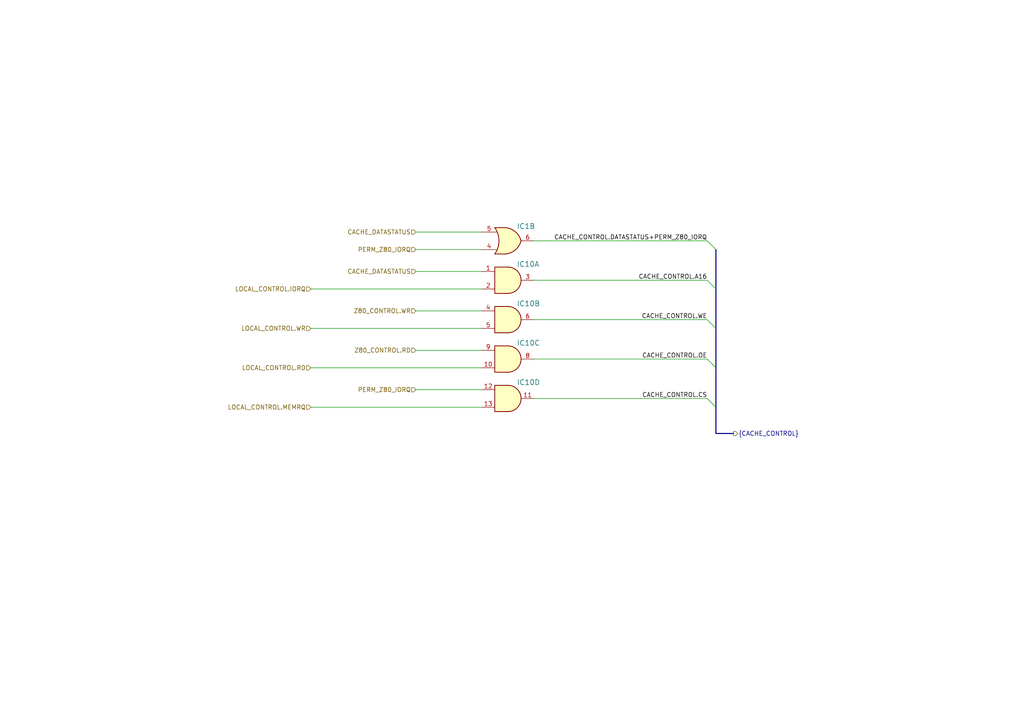
<source format=kicad_sch>
(kicad_sch (version 20230121) (generator eeschema)
  (paper "A4")
  (lib_symbols
    (symbol "74xx:74LS08" (pin_names (offset 1.016))
      (property "Reference" "U" (at 0 1.27 0))
      (property "Value" "74LS08" (at 0 -1.27 0))
      (symbol "74LS08_1_1"
        (arc (start 0 -3.81) (mid 3.7934 0) (end 0 3.81) (stroke (width 0.254)) (fill (type background)))
        (polyline (pts (xy 0 3.81) (xy -3.81 3.81) (xy -3.81 -3.81) (xy 0 -3.81)) (stroke (width 0.254)) (fill (type background)))
        (pin input line (at -7.62 2.54 0) (length 3.81) (name "~") (number "1"))
        (pin input line (at -7.62 -2.54 0) (length 3.81) (name "~") (number "2"))
        (pin output line (at 7.62 0 180) (length 3.81) (name "~") (number "3"))
      )
      (symbol "74LS08_1_2"
        (arc (start -3.81 -3.81) (mid -2.589 0) (end -3.81 3.81) (stroke (width 0.254)))
        (arc (start -0.6096 -3.81) (mid 2.1842 -2.5851) (end 3.81 0) (stroke (width 0.254)) (fill (type background)))
        (polyline (pts (xy -3.81 -3.81) (xy -0.635 -3.81)) (stroke (width 0.254)) (fill (type background)))
        (polyline (pts (xy -3.81 3.81) (xy -0.635 3.81)) (stroke (width 0.254)) (fill (type background)))
        (polyline (pts (xy -0.635 3.81) (xy -3.81 3.81) (xy -3.81 3.81) (xy -3.556 3.4036) (xy -3.0226 2.2606) (xy -2.6924 1.0414) (xy -2.6162 -0.254) (xy -2.7686 -1.4986) (xy -3.175 -2.7178) (xy -3.81 -3.81) (xy -3.81 -3.81) (xy -0.635 -3.81)) (stroke (width -25.4)) (fill (type background)))
        (arc (start 3.81 0) (mid 2.1915 2.5936) (end -0.6096 3.81) (stroke (width 0.254)) (fill (type background)))
        (pin input inverted (at -7.62 2.54 0) (length 4.318) (name "~") (number "1"))
        (pin input inverted (at -7.62 -2.54 0) (length 4.318) (name "~") (number "2"))
        (pin output inverted (at 7.62 0 180) (length 3.81) (name "~") (number "3"))
      )
      (symbol "74LS08_2_1"
        (arc (start 0 -3.81) (mid 3.7934 0) (end 0 3.81) (stroke (width 0.254)) (fill (type background)))
        (polyline (pts (xy 0 3.81) (xy -3.81 3.81) (xy -3.81 -3.81) (xy 0 -3.81)) (stroke (width 0.254)) (fill (type background)))
        (pin input line (at -7.62 2.54 0) (length 3.81) (name "~") (number "4"))
        (pin input line (at -7.62 -2.54 0) (length 3.81) (name "~") (number "5"))
        (pin output line (at 7.62 0 180) (length 3.81) (name "~") (number "6"))
      )
      (symbol "74LS08_2_2"
        (arc (start -3.81 -3.81) (mid -2.589 0) (end -3.81 3.81) (stroke (width 0.254)))
        (arc (start -0.6096 -3.81) (mid 2.1842 -2.5851) (end 3.81 0) (stroke (width 0.254)) (fill (type background)))
        (polyline (pts (xy -3.81 -3.81) (xy -0.635 -3.81)) (stroke (width 0.254)) (fill (type background)))
        (polyline (pts (xy -3.81 3.81) (xy -0.635 3.81)) (stroke (width 0.254)) (fill (type background)))
        (polyline (pts (xy -0.635 3.81) (xy -3.81 3.81) (xy -3.81 3.81) (xy -3.556 3.4036) (xy -3.0226 2.2606) (xy -2.6924 1.0414) (xy -2.6162 -0.254) (xy -2.7686 -1.4986) (xy -3.175 -2.7178) (xy -3.81 -3.81) (xy -3.81 -3.81) (xy -0.635 -3.81)) (stroke (width -25.4)) (fill (type background)))
        (arc (start 3.81 0) (mid 2.1915 2.5936) (end -0.6096 3.81) (stroke (width 0.254)) (fill (type background)))
        (pin input inverted (at -7.62 2.54 0) (length 4.318) (name "~") (number "4"))
        (pin input inverted (at -7.62 -2.54 0) (length 4.318) (name "~") (number "5"))
        (pin output inverted (at 7.62 0 180) (length 3.81) (name "~") (number "6"))
      )
      (symbol "74LS08_3_1"
        (arc (start 0 -3.81) (mid 3.7934 0) (end 0 3.81) (stroke (width 0.254)) (fill (type background)))
        (polyline (pts (xy 0 3.81) (xy -3.81 3.81) (xy -3.81 -3.81) (xy 0 -3.81)) (stroke (width 0.254)) (fill (type background)))
        (pin input line (at -7.62 -2.54 0) (length 3.81) (name "~") (number "10"))
        (pin output line (at 7.62 0 180) (length 3.81) (name "~") (number "8"))
        (pin input line (at -7.62 2.54 0) (length 3.81) (name "~") (number "9"))
      )
      (symbol "74LS08_3_2"
        (arc (start -3.81 -3.81) (mid -2.589 0) (end -3.81 3.81) (stroke (width 0.254)))
        (arc (start -0.6096 -3.81) (mid 2.1842 -2.5851) (end 3.81 0) (stroke (width 0.254)) (fill (type background)))
        (polyline (pts (xy -3.81 -3.81) (xy -0.635 -3.81)) (stroke (width 0.254)) (fill (type background)))
        (polyline (pts (xy -3.81 3.81) (xy -0.635 3.81)) (stroke (width 0.254)) (fill (type background)))
        (polyline (pts (xy -0.635 3.81) (xy -3.81 3.81) (xy -3.81 3.81) (xy -3.556 3.4036) (xy -3.0226 2.2606) (xy -2.6924 1.0414) (xy -2.6162 -0.254) (xy -2.7686 -1.4986) (xy -3.175 -2.7178) (xy -3.81 -3.81) (xy -3.81 -3.81) (xy -0.635 -3.81)) (stroke (width -25.4)) (fill (type background)))
        (arc (start 3.81 0) (mid 2.1915 2.5936) (end -0.6096 3.81) (stroke (width 0.254)) (fill (type background)))
        (pin input inverted (at -7.62 -2.54 0) (length 4.318) (name "~") (number "10"))
        (pin output inverted (at 7.62 0 180) (length 3.81) (name "~") (number "8"))
        (pin input inverted (at -7.62 2.54 0) (length 4.318) (name "~") (number "9"))
      )
      (symbol "74LS08_4_1"
        (arc (start 0 -3.81) (mid 3.7934 0) (end 0 3.81) (stroke (width 0.254)) (fill (type background)))
        (polyline (pts (xy 0 3.81) (xy -3.81 3.81) (xy -3.81 -3.81) (xy 0 -3.81)) (stroke (width 0.254)) (fill (type background)))
        (pin output line (at 7.62 0 180) (length 3.81) (name "~") (number "11"))
        (pin input line (at -7.62 2.54 0) (length 3.81) (name "~") (number "12"))
        (pin input line (at -7.62 -2.54 0) (length 3.81) (name "~") (number "13"))
      )
      (symbol "74LS08_4_2"
        (arc (start -3.81 -3.81) (mid -2.589 0) (end -3.81 3.81) (stroke (width 0.254)))
        (arc (start -0.6096 -3.81) (mid 2.1842 -2.5851) (end 3.81 0) (stroke (width 0.254)) (fill (type background)))
        (polyline (pts (xy -3.81 -3.81) (xy -0.635 -3.81)) (stroke (width 0.254)) (fill (type background)))
        (polyline (pts (xy -3.81 3.81) (xy -0.635 3.81)) (stroke (width 0.254)) (fill (type background)))
        (polyline (pts (xy -0.635 3.81) (xy -3.81 3.81) (xy -3.81 3.81) (xy -3.556 3.4036) (xy -3.0226 2.2606) (xy -2.6924 1.0414) (xy -2.6162 -0.254) (xy -2.7686 -1.4986) (xy -3.175 -2.7178) (xy -3.81 -3.81) (xy -3.81 -3.81) (xy -0.635 -3.81)) (stroke (width -25.4)) (fill (type background)))
        (arc (start 3.81 0) (mid 2.1915 2.5936) (end -0.6096 3.81) (stroke (width 0.254)) (fill (type background)))
        (pin output inverted (at 7.62 0 180) (length 3.81) (name "~") (number "11"))
        (pin input inverted (at -7.62 2.54 0) (length 4.318) (name "~") (number "12"))
        (pin input inverted (at -7.62 -2.54 0) (length 4.318) (name "~") (number "13"))
      )
      (symbol "74LS08_5_0"
        (pin power_in line (at 0 12.7 270) (length 5.08) (name "VCC") (number "14"))
        (pin power_in line (at 0 -12.7 90) (length 5.08) (name "GND") (number "7"))
      )
      (symbol "74LS08_5_1"
        (rectangle (start -5.08 7.62) (end 5.08 -7.62) (stroke (width 0.254)) (fill (type background)))
      )
    )
    (symbol "74xx:74LS32" (pin_names (offset 1.016))
      (property "Reference" "U" (at 0 1.27 0))
      (property "Value" "74LS32" (at 0 -1.27 0))
      (symbol "74LS32_1_1"
        (arc (start -3.81 -3.81) (mid -2.589 0) (end -3.81 3.81) (stroke (width 0.254)))
        (arc (start -0.6096 -3.81) (mid 2.1842 -2.5851) (end 3.81 0) (stroke (width 0.254)) (fill (type background)))
        (polyline (pts (xy -3.81 -3.81) (xy -0.635 -3.81)) (stroke (width 0.254)) (fill (type background)))
        (polyline (pts (xy -3.81 3.81) (xy -0.635 3.81)) (stroke (width 0.254)) (fill (type background)))
        (polyline (pts (xy -0.635 3.81) (xy -3.81 3.81) (xy -3.81 3.81) (xy -3.556 3.4036) (xy -3.0226 2.2606) (xy -2.6924 1.0414) (xy -2.6162 -0.254) (xy -2.7686 -1.4986) (xy -3.175 -2.7178) (xy -3.81 -3.81) (xy -3.81 -3.81) (xy -0.635 -3.81)) (stroke (width -25.4)) (fill (type background)))
        (arc (start 3.81 0) (mid 2.1915 2.5936) (end -0.6096 3.81) (stroke (width 0.254)) (fill (type background)))
        (pin input line (at -7.62 2.54 0) (length 4.318) (name "~") (number "1"))
        (pin input line (at -7.62 -2.54 0) (length 4.318) (name "~") (number "2"))
        (pin output line (at 7.62 0 180) (length 3.81) (name "~") (number "3"))
      )
      (symbol "74LS32_1_2"
        (arc (start 0 -3.81) (mid 3.7934 0) (end 0 3.81) (stroke (width 0.254)) (fill (type background)))
        (polyline (pts (xy 0 3.81) (xy -3.81 3.81) (xy -3.81 -3.81) (xy 0 -3.81)) (stroke (width 0.254)) (fill (type background)))
        (pin input inverted (at -7.62 2.54 0) (length 3.81) (name "~") (number "1"))
        (pin input inverted (at -7.62 -2.54 0) (length 3.81) (name "~") (number "2"))
        (pin output inverted (at 7.62 0 180) (length 3.81) (name "~") (number "3"))
      )
      (symbol "74LS32_2_1"
        (arc (start -3.81 -3.81) (mid -2.589 0) (end -3.81 3.81) (stroke (width 0.254)))
        (arc (start -0.6096 -3.81) (mid 2.1842 -2.5851) (end 3.81 0) (stroke (width 0.254)) (fill (type background)))
        (polyline (pts (xy -3.81 -3.81) (xy -0.635 -3.81)) (stroke (width 0.254)) (fill (type background)))
        (polyline (pts (xy -3.81 3.81) (xy -0.635 3.81)) (stroke (width 0.254)) (fill (type background)))
        (polyline (pts (xy -0.635 3.81) (xy -3.81 3.81) (xy -3.81 3.81) (xy -3.556 3.4036) (xy -3.0226 2.2606) (xy -2.6924 1.0414) (xy -2.6162 -0.254) (xy -2.7686 -1.4986) (xy -3.175 -2.7178) (xy -3.81 -3.81) (xy -3.81 -3.81) (xy -0.635 -3.81)) (stroke (width -25.4)) (fill (type background)))
        (arc (start 3.81 0) (mid 2.1915 2.5936) (end -0.6096 3.81) (stroke (width 0.254)) (fill (type background)))
        (pin input line (at -7.62 2.54 0) (length 4.318) (name "~") (number "4"))
        (pin input line (at -7.62 -2.54 0) (length 4.318) (name "~") (number "5"))
        (pin output line (at 7.62 0 180) (length 3.81) (name "~") (number "6"))
      )
      (symbol "74LS32_2_2"
        (arc (start 0 -3.81) (mid 3.7934 0) (end 0 3.81) (stroke (width 0.254)) (fill (type background)))
        (polyline (pts (xy 0 3.81) (xy -3.81 3.81) (xy -3.81 -3.81) (xy 0 -3.81)) (stroke (width 0.254)) (fill (type background)))
        (pin input inverted (at -7.62 2.54 0) (length 3.81) (name "~") (number "4"))
        (pin input inverted (at -7.62 -2.54 0) (length 3.81) (name "~") (number "5"))
        (pin output inverted (at 7.62 0 180) (length 3.81) (name "~") (number "6"))
      )
      (symbol "74LS32_3_1"
        (arc (start -3.81 -3.81) (mid -2.589 0) (end -3.81 3.81) (stroke (width 0.254)))
        (arc (start -0.6096 -3.81) (mid 2.1842 -2.5851) (end 3.81 0) (stroke (width 0.254)) (fill (type background)))
        (polyline (pts (xy -3.81 -3.81) (xy -0.635 -3.81)) (stroke (width 0.254)) (fill (type background)))
        (polyline (pts (xy -3.81 3.81) (xy -0.635 3.81)) (stroke (width 0.254)) (fill (type background)))
        (polyline (pts (xy -0.635 3.81) (xy -3.81 3.81) (xy -3.81 3.81) (xy -3.556 3.4036) (xy -3.0226 2.2606) (xy -2.6924 1.0414) (xy -2.6162 -0.254) (xy -2.7686 -1.4986) (xy -3.175 -2.7178) (xy -3.81 -3.81) (xy -3.81 -3.81) (xy -0.635 -3.81)) (stroke (width -25.4)) (fill (type background)))
        (arc (start 3.81 0) (mid 2.1915 2.5936) (end -0.6096 3.81) (stroke (width 0.254)) (fill (type background)))
        (pin input line (at -7.62 -2.54 0) (length 4.318) (name "~") (number "10"))
        (pin output line (at 7.62 0 180) (length 3.81) (name "~") (number "8"))
        (pin input line (at -7.62 2.54 0) (length 4.318) (name "~") (number "9"))
      )
      (symbol "74LS32_3_2"
        (arc (start 0 -3.81) (mid 3.7934 0) (end 0 3.81) (stroke (width 0.254)) (fill (type background)))
        (polyline (pts (xy 0 3.81) (xy -3.81 3.81) (xy -3.81 -3.81) (xy 0 -3.81)) (stroke (width 0.254)) (fill (type background)))
        (pin input inverted (at -7.62 -2.54 0) (length 3.81) (name "~") (number "10"))
        (pin output inverted (at 7.62 0 180) (length 3.81) (name "~") (number "8"))
        (pin input inverted (at -7.62 2.54 0) (length 3.81) (name "~") (number "9"))
      )
      (symbol "74LS32_4_1"
        (arc (start -3.81 -3.81) (mid -2.589 0) (end -3.81 3.81) (stroke (width 0.254)))
        (arc (start -0.6096 -3.81) (mid 2.1842 -2.5851) (end 3.81 0) (stroke (width 0.254)) (fill (type background)))
        (polyline (pts (xy -3.81 -3.81) (xy -0.635 -3.81)) (stroke (width 0.254)) (fill (type background)))
        (polyline (pts (xy -3.81 3.81) (xy -0.635 3.81)) (stroke (width 0.254)) (fill (type background)))
        (polyline (pts (xy -0.635 3.81) (xy -3.81 3.81) (xy -3.81 3.81) (xy -3.556 3.4036) (xy -3.0226 2.2606) (xy -2.6924 1.0414) (xy -2.6162 -0.254) (xy -2.7686 -1.4986) (xy -3.175 -2.7178) (xy -3.81 -3.81) (xy -3.81 -3.81) (xy -0.635 -3.81)) (stroke (width -25.4)) (fill (type background)))
        (arc (start 3.81 0) (mid 2.1915 2.5936) (end -0.6096 3.81) (stroke (width 0.254)) (fill (type background)))
        (pin output line (at 7.62 0 180) (length 3.81) (name "~") (number "11"))
        (pin input line (at -7.62 2.54 0) (length 4.318) (name "~") (number "12"))
        (pin input line (at -7.62 -2.54 0) (length 4.318) (name "~") (number "13"))
      )
      (symbol "74LS32_4_2"
        (arc (start 0 -3.81) (mid 3.7934 0) (end 0 3.81) (stroke (width 0.254)) (fill (type background)))
        (polyline (pts (xy 0 3.81) (xy -3.81 3.81) (xy -3.81 -3.81) (xy 0 -3.81)) (stroke (width 0.254)) (fill (type background)))
        (pin output inverted (at 7.62 0 180) (length 3.81) (name "~") (number "11"))
        (pin input inverted (at -7.62 2.54 0) (length 3.81) (name "~") (number "12"))
        (pin input inverted (at -7.62 -2.54 0) (length 3.81) (name "~") (number "13"))
      )
      (symbol "74LS32_5_0"
        (pin power_in line (at 0 12.7 270) (length 5.08) (name "VCC") (number "14"))
        (pin power_in line (at 0 -12.7 90) (length 5.08) (name "GND") (number "7"))
      )
      (symbol "74LS32_5_1"
        (rectangle (start -5.08 7.62) (end 5.08 -7.62) (stroke (width 0.254)) (fill (type background)))
      )
    )
  )
  (bus_entry (at 205.105 115.57) (size 2.54 2.54))
  (bus_entry (at 205.105 104.14) (size 2.54 2.54))
  (bus_entry (at 205.105 69.85) (size 2.54 2.54))
  (bus_entry (at 205.105 81.28) (size 2.54 2.54))
  (bus_entry (at 205.105 92.71) (size 2.54 2.54))
  (wire (pts (xy 139.7 78.74) (xy 120.65 78.74)))
  (wire (pts (xy 90.17 106.68) (xy 139.7 106.68)))
  (bus (pts (xy 207.645 83.82) (xy 207.645 95.25)))
  (bus (pts (xy 212.725 125.73) (xy 207.645 125.73)))
  (wire (pts (xy 139.7 90.17) (xy 120.65 90.17)))
  (bus (pts (xy 207.645 95.25) (xy 207.645 106.68)))
  (bus (pts (xy 207.645 72.39) (xy 207.645 83.82)))
  (bus (pts (xy 207.645 125.73) (xy 207.645 118.11)))
  (wire (pts (xy 154.94 92.71) (xy 205.105 92.71)))
  (wire (pts (xy 90.17 83.82) (xy 139.7 83.82)))
  (wire (pts (xy 139.7 113.03) (xy 120.65 113.03)))
  (wire (pts (xy 90.17 95.25) (xy 139.7 95.25)))
  (wire (pts (xy 154.94 115.57) (xy 205.105 115.57)))
  (wire (pts (xy 90.17 118.11) (xy 139.7 118.11)))
  (wire (pts (xy 120.65 72.39) (xy 139.7 72.39)))
  (wire (pts (xy 120.65 101.6) (xy 139.7 101.6)))
  (wire (pts (xy 154.94 104.14) (xy 205.105 104.14)))
  (wire (pts (xy 154.94 81.28) (xy 205.105 81.28)))
  (bus (pts (xy 207.645 106.68) (xy 207.645 118.11)))
  (wire (pts (xy 205.105 69.85) (xy 154.94 69.85)))
  (wire (pts (xy 120.65 67.31) (xy 139.7 67.31)))
  (label "CACHE_CONTROL.CS" (at 205.105 115.57 180))
  (label "CACHE_CONTROL.OE" (at 205.105 104.14 180))
  (label "CACHE_CONTROL.A16" (at 205.105 81.28 180))
  (label "CACHE_CONTROL.WE" (at 205.105 92.71 180))
  (label "CACHE_CONTROL.DATASTATUS+PERM_Z80_IORQ" (at 205.105 69.85 180))
  (hierarchical_label "Z80_CONTROL.WR" (shape input) (at 120.65 90.17 180))
  (hierarchical_label "LOCAL_CONTROL.IORQ" (shape input) (at 90.17 83.82 180))
  (hierarchical_label "LOCAL_CONTROL.MEMRQ" (shape input) (at 90.17 118.11 180))
  (hierarchical_label "CACHE_DATASTATUS" (shape input) (at 120.65 67.31 180))
  (hierarchical_label "{CACHE_CONTROL}" (shape output) (at 212.725 125.73 0))
  (hierarchical_label "CACHE_DATASTATUS" (shape input) (at 120.65 78.74 180))
  (hierarchical_label "Z80_CONTROL.RD" (shape input) (at 120.65 101.6 180))
  (hierarchical_label "PERM_Z80_IORQ" (shape input) (at 120.65 72.39 180))
  (hierarchical_label "LOCAL_CONTROL.RD" (shape input) (at 90.17 106.68 180))
  (hierarchical_label "PERM_Z80_IORQ" (shape input) (at 120.65 113.03 180))
  (hierarchical_label "LOCAL_CONTROL.WR" (shape input) (at 90.17 95.25 180))
  (symbol (lib_id "74xx:74LS08") (at 147.32 115.57 0) (unit 4)
    (property "Reference" "IC10" (at 149.86 111.76 0) (effects (font (size 1.4986 1.4986)) (justify left bottom)))
    (property "Value" "74HC08N" (effects hide))
    (property "Footprint" "Package_DIP:DIP-14_W7.62mm_Socket" (effects hide))
    (property "Datasheet" "http://www.ti.com/lit/gpn/sn74LS08" (effects hide))
    (instances (project "FujiNet_Z80Bus_ReferenceDesign" (path "" (reference "IC10") (unit 4)) (path "" (reference "IC?") (unit 4)) (path "" (reference "IC10") (unit 4)) (path "" (reference "IC13") (unit 4))) (project "Logic core" (path "" (reference "IC11") (unit 4))))
  )
  (symbol (lib_id "74xx:74LS08") (at 147.32 104.14 0) (unit 3)
    (property "Reference" "IC10" (at 149.86 100.33 0) (effects (font (size 1.4986 1.4986)) (justify left bottom)))
    (property "Value" "74HC08N" (effects hide))
    (property "Footprint" "Package_DIP:DIP-14_W7.62mm_Socket" (effects hide))
    (property "Datasheet" "http://www.ti.com/lit/gpn/sn74LS08" (effects hide))
    (instances (project "FujiNet_Z80Bus_ReferenceDesign" (path "" (reference "IC10") (unit 3)) (path "" (reference "IC?") (unit 3)) (path "" (reference "IC10") (unit 3)) (path "" (reference "IC13") (unit 3))) (project "Logic core" (path "" (reference "IC11") (unit 3))))
  )
  (symbol (lib_id "74xx:74LS32") (at 147.32 69.85 0) (mirror x) (unit 2)
    (property "Reference" "IC1" (at 149.86 64.77 0) (effects (font (size 1.4986 1.4986)) (justify left bottom)))
    (property "Value" "74HC32N" (effects hide))
    (property "Footprint" "Package_DIP:DIP-14_W7.62mm_Socket" (effects hide))
    (property "Datasheet" "http://www.ti.com/lit/gpn/sn74LS32" (effects hide))
    (instances (project "FujiNet_Z80Bus_ReferenceDesign" (path "" (reference "IC1") (unit 2)) (path "" (reference "IC?") (unit 2)) (path "" (reference "IC1") (unit 2)) (path "" (reference "IC7") (unit 2))) (project "Logic core" (path "" (reference "IC5") (unit 2))))
  )
  (symbol (lib_id "74xx:74LS08") (at 147.32 81.28 0) (unit 1)
    (property "Reference" "IC10" (at 149.86 77.47 0) (effects (font (size 1.4986 1.4986)) (justify left bottom)))
    (property "Value" "74HC08N" (effects hide))
    (property "Footprint" "Package_DIP:DIP-14_W7.62mm_Socket" (effects hide))
    (property "Datasheet" "http://www.ti.com/lit/gpn/sn74LS08" (effects hide))
    (instances (project "FujiNet_Z80Bus_ReferenceDesign" (path "" (reference "IC10") (unit 1)) (path "" (reference "IC?") (unit 1)) (path "" (reference "IC10") (unit 1)) (path "" (reference "IC13") (unit 1))) (project "Logic core" (path "" (reference "IC11") (unit 1))))
  )
  (symbol (lib_id "74xx:74LS08") (at 147.32 92.71 0) (unit 2)
    (property "Reference" "IC10" (at 149.86 88.9 0) (effects (font (size 1.4986 1.4986)) (justify left bottom)))
    (property "Value" "74HC08N" (effects hide))
    (property "Footprint" "Package_DIP:DIP-14_W7.62mm_Socket" (effects hide))
    (property "Datasheet" "http://www.ti.com/lit/gpn/sn74LS08" (effects hide))
    (instances (project "FujiNet_Z80Bus_ReferenceDesign" (path "" (reference "IC10") (unit 2)) (path "" (reference "IC?") (unit 2)) (path "" (reference "IC10") (unit 2)) (path "" (reference "IC13") (unit 2))) (project "Logic core" (path "" (reference "IC11") (unit 2))))
  )
)
</source>
